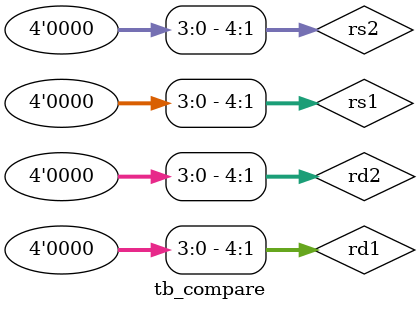
<source format=sv>
`timescale 1ns / 1ps


module tb_compare(

    );
    reg [4:0]rs1,rs2,rd1,rd2;
    reg z1,z2,z3,z4;
    compare uut(
    .IF_ID_rs1(rs1),
    .IF_ID_rs2(rs2),
    .ID_EX_rd(rd1),
    .EX_MEM_rd(rd2),
    .zero1(z1),
    .zero2(z2),
    .zero3(z3),
    .zero4(z4)
    );
    
    initial begin
        repeat(100) begin 
            rs1 = $random; //apply random stimulus 
            rs2 = $random; 
            rd1 = $random;
            rd2 = $random;
            #10; 
        end
     end
       
endmodule

</source>
